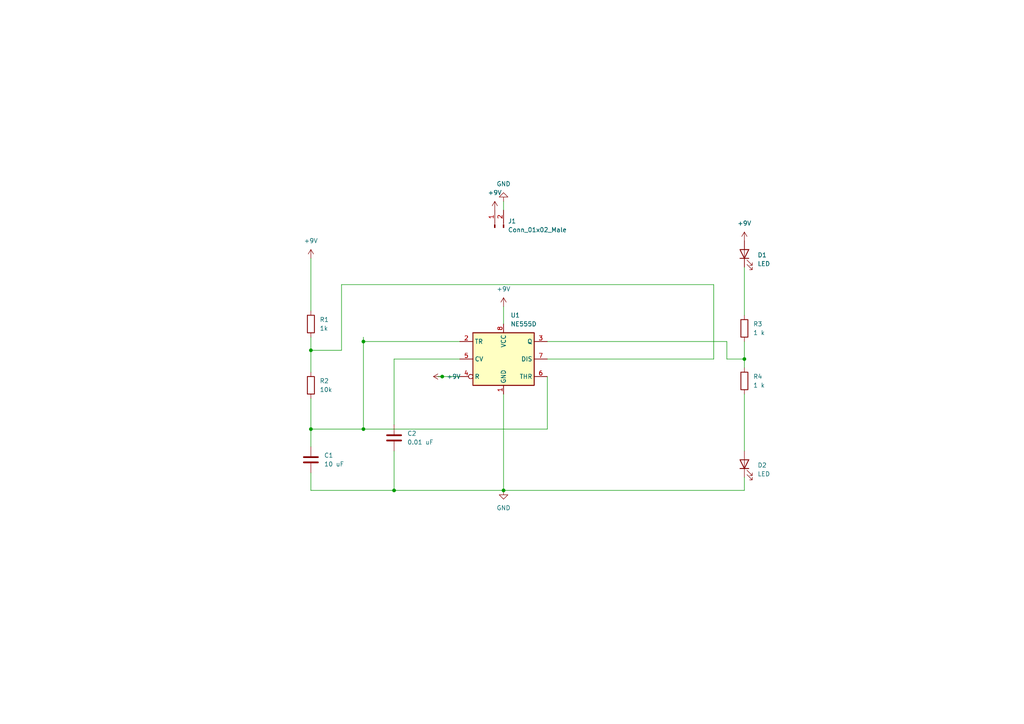
<source format=kicad_sch>
(kicad_sch (version 20211123) (generator eeschema)

  (uuid b36c34d9-66db-4f3d-bd89-bb5fc5fa6f0a)

  (paper "A4")

  (lib_symbols
    (symbol "Connector:Conn_01x02_Male" (pin_names (offset 1.016) hide) (in_bom yes) (on_board yes)
      (property "Reference" "J" (id 0) (at 0 2.54 0)
        (effects (font (size 1.27 1.27)))
      )
      (property "Value" "Conn_01x02_Male" (id 1) (at 0 -5.08 0)
        (effects (font (size 1.27 1.27)))
      )
      (property "Footprint" "" (id 2) (at 0 0 0)
        (effects (font (size 1.27 1.27)) hide)
      )
      (property "Datasheet" "~" (id 3) (at 0 0 0)
        (effects (font (size 1.27 1.27)) hide)
      )
      (property "ki_keywords" "connector" (id 4) (at 0 0 0)
        (effects (font (size 1.27 1.27)) hide)
      )
      (property "ki_description" "Generic connector, single row, 01x02, script generated (kicad-library-utils/schlib/autogen/connector/)" (id 5) (at 0 0 0)
        (effects (font (size 1.27 1.27)) hide)
      )
      (property "ki_fp_filters" "Connector*:*_1x??_*" (id 6) (at 0 0 0)
        (effects (font (size 1.27 1.27)) hide)
      )
      (symbol "Conn_01x02_Male_1_1"
        (polyline
          (pts
            (xy 1.27 -2.54)
            (xy 0.8636 -2.54)
          )
          (stroke (width 0.1524) (type default) (color 0 0 0 0))
          (fill (type none))
        )
        (polyline
          (pts
            (xy 1.27 0)
            (xy 0.8636 0)
          )
          (stroke (width 0.1524) (type default) (color 0 0 0 0))
          (fill (type none))
        )
        (rectangle (start 0.8636 -2.413) (end 0 -2.667)
          (stroke (width 0.1524) (type default) (color 0 0 0 0))
          (fill (type outline))
        )
        (rectangle (start 0.8636 0.127) (end 0 -0.127)
          (stroke (width 0.1524) (type default) (color 0 0 0 0))
          (fill (type outline))
        )
        (pin passive line (at 5.08 0 180) (length 3.81)
          (name "Pin_1" (effects (font (size 1.27 1.27))))
          (number "1" (effects (font (size 1.27 1.27))))
        )
        (pin passive line (at 5.08 -2.54 180) (length 3.81)
          (name "Pin_2" (effects (font (size 1.27 1.27))))
          (number "2" (effects (font (size 1.27 1.27))))
        )
      )
    )
    (symbol "Device:C" (pin_numbers hide) (pin_names (offset 0.254)) (in_bom yes) (on_board yes)
      (property "Reference" "C" (id 0) (at 0.635 2.54 0)
        (effects (font (size 1.27 1.27)) (justify left))
      )
      (property "Value" "C" (id 1) (at 0.635 -2.54 0)
        (effects (font (size 1.27 1.27)) (justify left))
      )
      (property "Footprint" "" (id 2) (at 0.9652 -3.81 0)
        (effects (font (size 1.27 1.27)) hide)
      )
      (property "Datasheet" "~" (id 3) (at 0 0 0)
        (effects (font (size 1.27 1.27)) hide)
      )
      (property "ki_keywords" "cap capacitor" (id 4) (at 0 0 0)
        (effects (font (size 1.27 1.27)) hide)
      )
      (property "ki_description" "Unpolarized capacitor" (id 5) (at 0 0 0)
        (effects (font (size 1.27 1.27)) hide)
      )
      (property "ki_fp_filters" "C_*" (id 6) (at 0 0 0)
        (effects (font (size 1.27 1.27)) hide)
      )
      (symbol "C_0_1"
        (polyline
          (pts
            (xy -2.032 -0.762)
            (xy 2.032 -0.762)
          )
          (stroke (width 0.508) (type default) (color 0 0 0 0))
          (fill (type none))
        )
        (polyline
          (pts
            (xy -2.032 0.762)
            (xy 2.032 0.762)
          )
          (stroke (width 0.508) (type default) (color 0 0 0 0))
          (fill (type none))
        )
      )
      (symbol "C_1_1"
        (pin passive line (at 0 3.81 270) (length 2.794)
          (name "~" (effects (font (size 1.27 1.27))))
          (number "1" (effects (font (size 1.27 1.27))))
        )
        (pin passive line (at 0 -3.81 90) (length 2.794)
          (name "~" (effects (font (size 1.27 1.27))))
          (number "2" (effects (font (size 1.27 1.27))))
        )
      )
    )
    (symbol "Device:LED" (pin_numbers hide) (pin_names (offset 1.016) hide) (in_bom yes) (on_board yes)
      (property "Reference" "D" (id 0) (at 0 2.54 0)
        (effects (font (size 1.27 1.27)))
      )
      (property "Value" "LED" (id 1) (at 0 -2.54 0)
        (effects (font (size 1.27 1.27)))
      )
      (property "Footprint" "" (id 2) (at 0 0 0)
        (effects (font (size 1.27 1.27)) hide)
      )
      (property "Datasheet" "~" (id 3) (at 0 0 0)
        (effects (font (size 1.27 1.27)) hide)
      )
      (property "ki_keywords" "LED diode" (id 4) (at 0 0 0)
        (effects (font (size 1.27 1.27)) hide)
      )
      (property "ki_description" "Light emitting diode" (id 5) (at 0 0 0)
        (effects (font (size 1.27 1.27)) hide)
      )
      (property "ki_fp_filters" "LED* LED_SMD:* LED_THT:*" (id 6) (at 0 0 0)
        (effects (font (size 1.27 1.27)) hide)
      )
      (symbol "LED_0_1"
        (polyline
          (pts
            (xy -1.27 -1.27)
            (xy -1.27 1.27)
          )
          (stroke (width 0.254) (type default) (color 0 0 0 0))
          (fill (type none))
        )
        (polyline
          (pts
            (xy -1.27 0)
            (xy 1.27 0)
          )
          (stroke (width 0) (type default) (color 0 0 0 0))
          (fill (type none))
        )
        (polyline
          (pts
            (xy 1.27 -1.27)
            (xy 1.27 1.27)
            (xy -1.27 0)
            (xy 1.27 -1.27)
          )
          (stroke (width 0.254) (type default) (color 0 0 0 0))
          (fill (type none))
        )
        (polyline
          (pts
            (xy -3.048 -0.762)
            (xy -4.572 -2.286)
            (xy -3.81 -2.286)
            (xy -4.572 -2.286)
            (xy -4.572 -1.524)
          )
          (stroke (width 0) (type default) (color 0 0 0 0))
          (fill (type none))
        )
        (polyline
          (pts
            (xy -1.778 -0.762)
            (xy -3.302 -2.286)
            (xy -2.54 -2.286)
            (xy -3.302 -2.286)
            (xy -3.302 -1.524)
          )
          (stroke (width 0) (type default) (color 0 0 0 0))
          (fill (type none))
        )
      )
      (symbol "LED_1_1"
        (pin passive line (at -3.81 0 0) (length 2.54)
          (name "K" (effects (font (size 1.27 1.27))))
          (number "1" (effects (font (size 1.27 1.27))))
        )
        (pin passive line (at 3.81 0 180) (length 2.54)
          (name "A" (effects (font (size 1.27 1.27))))
          (number "2" (effects (font (size 1.27 1.27))))
        )
      )
    )
    (symbol "Device:R" (pin_numbers hide) (pin_names (offset 0)) (in_bom yes) (on_board yes)
      (property "Reference" "R" (id 0) (at 2.032 0 90)
        (effects (font (size 1.27 1.27)))
      )
      (property "Value" "R" (id 1) (at 0 0 90)
        (effects (font (size 1.27 1.27)))
      )
      (property "Footprint" "" (id 2) (at -1.778 0 90)
        (effects (font (size 1.27 1.27)) hide)
      )
      (property "Datasheet" "~" (id 3) (at 0 0 0)
        (effects (font (size 1.27 1.27)) hide)
      )
      (property "ki_keywords" "R res resistor" (id 4) (at 0 0 0)
        (effects (font (size 1.27 1.27)) hide)
      )
      (property "ki_description" "Resistor" (id 5) (at 0 0 0)
        (effects (font (size 1.27 1.27)) hide)
      )
      (property "ki_fp_filters" "R_*" (id 6) (at 0 0 0)
        (effects (font (size 1.27 1.27)) hide)
      )
      (symbol "R_0_1"
        (rectangle (start -1.016 -2.54) (end 1.016 2.54)
          (stroke (width 0.254) (type default) (color 0 0 0 0))
          (fill (type none))
        )
      )
      (symbol "R_1_1"
        (pin passive line (at 0 3.81 270) (length 1.27)
          (name "~" (effects (font (size 1.27 1.27))))
          (number "1" (effects (font (size 1.27 1.27))))
        )
        (pin passive line (at 0 -3.81 90) (length 1.27)
          (name "~" (effects (font (size 1.27 1.27))))
          (number "2" (effects (font (size 1.27 1.27))))
        )
      )
    )
    (symbol "Timer:NE555D" (in_bom yes) (on_board yes)
      (property "Reference" "U" (id 0) (at -10.16 8.89 0)
        (effects (font (size 1.27 1.27)) (justify left))
      )
      (property "Value" "NE555D" (id 1) (at 2.54 8.89 0)
        (effects (font (size 1.27 1.27)) (justify left))
      )
      (property "Footprint" "Package_SO:SOIC-8_3.9x4.9mm_P1.27mm" (id 2) (at 21.59 -10.16 0)
        (effects (font (size 1.27 1.27)) hide)
      )
      (property "Datasheet" "http://www.ti.com/lit/ds/symlink/ne555.pdf" (id 3) (at 21.59 -10.16 0)
        (effects (font (size 1.27 1.27)) hide)
      )
      (property "ki_keywords" "single timer 555" (id 4) (at 0 0 0)
        (effects (font (size 1.27 1.27)) hide)
      )
      (property "ki_description" "Precision Timers, 555 compatible, SOIC-8" (id 5) (at 0 0 0)
        (effects (font (size 1.27 1.27)) hide)
      )
      (property "ki_fp_filters" "SOIC*3.9x4.9mm*P1.27mm*" (id 6) (at 0 0 0)
        (effects (font (size 1.27 1.27)) hide)
      )
      (symbol "NE555D_0_0"
        (pin power_in line (at 0 -10.16 90) (length 2.54)
          (name "GND" (effects (font (size 1.27 1.27))))
          (number "1" (effects (font (size 1.27 1.27))))
        )
        (pin power_in line (at 0 10.16 270) (length 2.54)
          (name "VCC" (effects (font (size 1.27 1.27))))
          (number "8" (effects (font (size 1.27 1.27))))
        )
      )
      (symbol "NE555D_0_1"
        (rectangle (start -8.89 -7.62) (end 8.89 7.62)
          (stroke (width 0.254) (type default) (color 0 0 0 0))
          (fill (type background))
        )
        (rectangle (start -8.89 -7.62) (end 8.89 7.62)
          (stroke (width 0.254) (type default) (color 0 0 0 0))
          (fill (type background))
        )
      )
      (symbol "NE555D_1_1"
        (pin input line (at -12.7 5.08 0) (length 3.81)
          (name "TR" (effects (font (size 1.27 1.27))))
          (number "2" (effects (font (size 1.27 1.27))))
        )
        (pin output line (at 12.7 5.08 180) (length 3.81)
          (name "Q" (effects (font (size 1.27 1.27))))
          (number "3" (effects (font (size 1.27 1.27))))
        )
        (pin input inverted (at -12.7 -5.08 0) (length 3.81)
          (name "R" (effects (font (size 1.27 1.27))))
          (number "4" (effects (font (size 1.27 1.27))))
        )
        (pin input line (at -12.7 0 0) (length 3.81)
          (name "CV" (effects (font (size 1.27 1.27))))
          (number "5" (effects (font (size 1.27 1.27))))
        )
        (pin input line (at 12.7 -5.08 180) (length 3.81)
          (name "THR" (effects (font (size 1.27 1.27))))
          (number "6" (effects (font (size 1.27 1.27))))
        )
        (pin input line (at 12.7 0 180) (length 3.81)
          (name "DIS" (effects (font (size 1.27 1.27))))
          (number "7" (effects (font (size 1.27 1.27))))
        )
      )
    )
    (symbol "power:+9V" (power) (pin_names (offset 0)) (in_bom yes) (on_board yes)
      (property "Reference" "#PWR" (id 0) (at 0 -3.81 0)
        (effects (font (size 1.27 1.27)) hide)
      )
      (property "Value" "+9V" (id 1) (at 0 3.556 0)
        (effects (font (size 1.27 1.27)))
      )
      (property "Footprint" "" (id 2) (at 0 0 0)
        (effects (font (size 1.27 1.27)) hide)
      )
      (property "Datasheet" "" (id 3) (at 0 0 0)
        (effects (font (size 1.27 1.27)) hide)
      )
      (property "ki_keywords" "global power" (id 4) (at 0 0 0)
        (effects (font (size 1.27 1.27)) hide)
      )
      (property "ki_description" "Power symbol creates a global label with name \"+9V\"" (id 5) (at 0 0 0)
        (effects (font (size 1.27 1.27)) hide)
      )
      (symbol "+9V_0_1"
        (polyline
          (pts
            (xy -0.762 1.27)
            (xy 0 2.54)
          )
          (stroke (width 0) (type default) (color 0 0 0 0))
          (fill (type none))
        )
        (polyline
          (pts
            (xy 0 0)
            (xy 0 2.54)
          )
          (stroke (width 0) (type default) (color 0 0 0 0))
          (fill (type none))
        )
        (polyline
          (pts
            (xy 0 2.54)
            (xy 0.762 1.27)
          )
          (stroke (width 0) (type default) (color 0 0 0 0))
          (fill (type none))
        )
      )
      (symbol "+9V_1_1"
        (pin power_in line (at 0 0 90) (length 0) hide
          (name "+9V" (effects (font (size 1.27 1.27))))
          (number "1" (effects (font (size 1.27 1.27))))
        )
      )
    )
    (symbol "power:GND" (power) (pin_names (offset 0)) (in_bom yes) (on_board yes)
      (property "Reference" "#PWR" (id 0) (at 0 -6.35 0)
        (effects (font (size 1.27 1.27)) hide)
      )
      (property "Value" "GND" (id 1) (at 0 -3.81 0)
        (effects (font (size 1.27 1.27)))
      )
      (property "Footprint" "" (id 2) (at 0 0 0)
        (effects (font (size 1.27 1.27)) hide)
      )
      (property "Datasheet" "" (id 3) (at 0 0 0)
        (effects (font (size 1.27 1.27)) hide)
      )
      (property "ki_keywords" "global power" (id 4) (at 0 0 0)
        (effects (font (size 1.27 1.27)) hide)
      )
      (property "ki_description" "Power symbol creates a global label with name \"GND\" , ground" (id 5) (at 0 0 0)
        (effects (font (size 1.27 1.27)) hide)
      )
      (symbol "GND_0_1"
        (polyline
          (pts
            (xy 0 0)
            (xy 0 -1.27)
            (xy 1.27 -1.27)
            (xy 0 -2.54)
            (xy -1.27 -1.27)
            (xy 0 -1.27)
          )
          (stroke (width 0) (type default) (color 0 0 0 0))
          (fill (type none))
        )
      )
      (symbol "GND_1_1"
        (pin power_in line (at 0 0 270) (length 0) hide
          (name "GND" (effects (font (size 1.27 1.27))))
          (number "1" (effects (font (size 1.27 1.27))))
        )
      )
    )
  )


  (junction (at 90.17 101.6) (diameter 0) (color 0 0 0 0)
    (uuid 0af0ecf5-dd92-4b43-aaa1-51de96586982)
  )
  (junction (at 215.9 104.14) (diameter 0) (color 0 0 0 0)
    (uuid 0e5e7127-cc71-4a6f-8f90-f10ee734d436)
  )
  (junction (at 105.41 124.46) (diameter 0) (color 0 0 0 0)
    (uuid 21aaf202-88dc-453f-a050-96f4366f4cb9)
  )
  (junction (at 128.27 109.22) (diameter 0) (color 0 0 0 0)
    (uuid 7d13adaa-b231-4ac2-8b36-82926b3060bf)
  )
  (junction (at 114.3 142.24) (diameter 0) (color 0 0 0 0)
    (uuid b0abd4f0-cf96-4dac-b0c4-209200fbf3a2)
  )
  (junction (at 146.05 142.24) (diameter 0) (color 0 0 0 0)
    (uuid d795f3e8-9e2c-4753-a678-7defcdd62419)
  )
  (junction (at 90.17 124.46) (diameter 0) (color 0 0 0 0)
    (uuid de6a3929-dd27-4f56-ab7c-33473886ef72)
  )
  (junction (at 105.41 99.06) (diameter 0) (color 0 0 0 0)
    (uuid dec00341-7e55-4b92-b19b-ccf875dbcd59)
  )

  (wire (pts (xy 207.01 82.55) (xy 99.06 82.55))
    (stroke (width 0) (type default) (color 0 0 0 0))
    (uuid 095a9872-8e7c-48d4-939b-0f18c0c417d7)
  )
  (wire (pts (xy 127 109.22) (xy 128.27 109.22))
    (stroke (width 0) (type default) (color 0 0 0 0))
    (uuid 15fed498-b90d-465c-b6b5-8c3f3fb51f59)
  )
  (wire (pts (xy 90.17 142.24) (xy 114.3 142.24))
    (stroke (width 0) (type default) (color 0 0 0 0))
    (uuid 2c263ab7-4946-4fea-87b6-858de8bb8b80)
  )
  (wire (pts (xy 105.41 124.46) (xy 90.17 124.46))
    (stroke (width 0) (type default) (color 0 0 0 0))
    (uuid 2d22f4cd-de55-4286-8000-1074624cd73c)
  )
  (wire (pts (xy 146.05 58.42) (xy 146.05 60.96))
    (stroke (width 0) (type default) (color 0 0 0 0))
    (uuid 2e89644b-0a46-4a36-9ddb-8fda56c99d8e)
  )
  (wire (pts (xy 146.05 114.3) (xy 146.05 142.24))
    (stroke (width 0) (type default) (color 0 0 0 0))
    (uuid 31894787-c9d4-40be-a66b-962118890af4)
  )
  (wire (pts (xy 146.05 88.9) (xy 146.05 93.98))
    (stroke (width 0) (type default) (color 0 0 0 0))
    (uuid 3bad610a-98c4-4bc7-a90d-4928f1af9b0c)
  )
  (wire (pts (xy 99.06 82.55) (xy 99.06 101.6))
    (stroke (width 0) (type default) (color 0 0 0 0))
    (uuid 3c80247e-a00b-46ee-8acc-6ed93db3aeb3)
  )
  (wire (pts (xy 90.17 74.93) (xy 90.17 90.17))
    (stroke (width 0) (type default) (color 0 0 0 0))
    (uuid 3f272633-367a-43a5-86ec-88b1231bf461)
  )
  (wire (pts (xy 90.17 101.6) (xy 90.17 107.95))
    (stroke (width 0) (type default) (color 0 0 0 0))
    (uuid 3fb7bbab-2073-410a-9cf6-b117320e4fcf)
  )
  (wire (pts (xy 215.9 114.3) (xy 215.9 130.81))
    (stroke (width 0) (type default) (color 0 0 0 0))
    (uuid 411757e8-05d1-47f0-97e4-473c88f92ea9)
  )
  (wire (pts (xy 158.75 99.06) (xy 210.82 99.06))
    (stroke (width 0) (type default) (color 0 0 0 0))
    (uuid 54212d8a-ac9e-4b3f-a117-4de98790eecf)
  )
  (wire (pts (xy 90.17 124.46) (xy 90.17 129.54))
    (stroke (width 0) (type default) (color 0 0 0 0))
    (uuid 60132ea4-702e-4199-a53b-df6b2b9696f9)
  )
  (wire (pts (xy 215.9 138.43) (xy 215.9 142.24))
    (stroke (width 0) (type default) (color 0 0 0 0))
    (uuid 6cfc7bfa-a3ab-4d6e-9bdd-c9f588db4a58)
  )
  (wire (pts (xy 210.82 99.06) (xy 210.82 104.14))
    (stroke (width 0) (type default) (color 0 0 0 0))
    (uuid 77936937-2245-494f-a414-f492a9904935)
  )
  (wire (pts (xy 114.3 142.24) (xy 146.05 142.24))
    (stroke (width 0) (type default) (color 0 0 0 0))
    (uuid 82fc18e5-e444-4713-b837-0ac057575d3f)
  )
  (wire (pts (xy 114.3 104.14) (xy 114.3 123.19))
    (stroke (width 0) (type default) (color 0 0 0 0))
    (uuid 83561f01-2771-4c89-b1cf-d0ceed238c7f)
  )
  (wire (pts (xy 158.75 104.14) (xy 207.01 104.14))
    (stroke (width 0) (type default) (color 0 0 0 0))
    (uuid 909991c0-0e70-4680-88c2-114349f65fb9)
  )
  (wire (pts (xy 215.9 77.47) (xy 215.9 91.44))
    (stroke (width 0) (type default) (color 0 0 0 0))
    (uuid 944e8a8e-11bb-4374-8338-b762b470d1fc)
  )
  (wire (pts (xy 215.9 99.06) (xy 215.9 104.14))
    (stroke (width 0) (type default) (color 0 0 0 0))
    (uuid 9909f13e-3f15-4198-bb99-e965d5168e90)
  )
  (wire (pts (xy 99.06 101.6) (xy 90.17 101.6))
    (stroke (width 0) (type default) (color 0 0 0 0))
    (uuid 9c481e5f-68a7-4985-8055-d677e1dbd9c3)
  )
  (wire (pts (xy 133.35 104.14) (xy 114.3 104.14))
    (stroke (width 0) (type default) (color 0 0 0 0))
    (uuid a576cf9f-fdb7-4d2e-b9ba-d8e30a641dfb)
  )
  (wire (pts (xy 105.41 97.79) (xy 105.41 99.06))
    (stroke (width 0) (type default) (color 0 0 0 0))
    (uuid a7f0754b-5c4d-4335-97d3-244d30a77c51)
  )
  (wire (pts (xy 105.41 99.06) (xy 105.41 124.46))
    (stroke (width 0) (type default) (color 0 0 0 0))
    (uuid ac8d9b1e-5f56-49cb-9b5c-b1799d420b9a)
  )
  (wire (pts (xy 90.17 137.16) (xy 90.17 142.24))
    (stroke (width 0) (type default) (color 0 0 0 0))
    (uuid acb93e55-11c4-4579-964d-1cdd13877dd0)
  )
  (wire (pts (xy 146.05 142.24) (xy 215.9 142.24))
    (stroke (width 0) (type default) (color 0 0 0 0))
    (uuid b4219e43-f01c-406d-b221-b63ac57a0dad)
  )
  (wire (pts (xy 158.75 109.22) (xy 158.75 124.46))
    (stroke (width 0) (type default) (color 0 0 0 0))
    (uuid bcca6186-d153-497f-a743-f281ffeafd22)
  )
  (wire (pts (xy 90.17 97.79) (xy 90.17 101.6))
    (stroke (width 0) (type default) (color 0 0 0 0))
    (uuid bf020eb0-a6e8-45b6-80e6-96556d2a141d)
  )
  (wire (pts (xy 90.17 115.57) (xy 90.17 124.46))
    (stroke (width 0) (type default) (color 0 0 0 0))
    (uuid c0b11d30-2485-4847-9a2d-4e261b22b749)
  )
  (wire (pts (xy 215.9 104.14) (xy 215.9 106.68))
    (stroke (width 0) (type default) (color 0 0 0 0))
    (uuid c47cc3a8-efdb-4c53-88f0-61d271ad5f12)
  )
  (wire (pts (xy 128.27 109.22) (xy 133.35 109.22))
    (stroke (width 0) (type default) (color 0 0 0 0))
    (uuid cb6991ac-072e-482d-a93d-ac5df3e4644b)
  )
  (wire (pts (xy 207.01 104.14) (xy 207.01 82.55))
    (stroke (width 0) (type default) (color 0 0 0 0))
    (uuid d3bda56b-e370-4144-83c9-22e4a9daf236)
  )
  (wire (pts (xy 210.82 104.14) (xy 215.9 104.14))
    (stroke (width 0) (type default) (color 0 0 0 0))
    (uuid ec02b54c-80dd-41f6-b1b2-38121d9bf347)
  )
  (wire (pts (xy 158.75 124.46) (xy 105.41 124.46))
    (stroke (width 0) (type default) (color 0 0 0 0))
    (uuid eef8d898-2118-4f09-8bcb-b55fb0801faf)
  )
  (wire (pts (xy 114.3 142.24) (xy 114.3 130.81))
    (stroke (width 0) (type default) (color 0 0 0 0))
    (uuid f8480d48-507e-412c-9880-7246505a6a73)
  )
  (wire (pts (xy 105.41 99.06) (xy 133.35 99.06))
    (stroke (width 0) (type default) (color 0 0 0 0))
    (uuid fe42452b-9248-4ff5-80b5-e9052e078114)
  )

  (symbol (lib_id "power:GND") (at 146.05 142.24 0) (unit 1)
    (in_bom yes) (on_board yes) (fields_autoplaced)
    (uuid 0061ccf4-5964-4865-a29c-0cdb9bc7b1ef)
    (property "Reference" "#PWR0102" (id 0) (at 146.05 148.59 0)
      (effects (font (size 1.27 1.27)) hide)
    )
    (property "Value" "GND" (id 1) (at 146.05 147.32 0))
    (property "Footprint" "" (id 2) (at 146.05 142.24 0)
      (effects (font (size 1.27 1.27)) hide)
    )
    (property "Datasheet" "" (id 3) (at 146.05 142.24 0)
      (effects (font (size 1.27 1.27)) hide)
    )
    (pin "1" (uuid 865e8dec-71d0-45d4-a012-a54a39ab6489))
  )

  (symbol (lib_id "power:+9V") (at 215.9 69.85 0) (unit 1)
    (in_bom yes) (on_board yes) (fields_autoplaced)
    (uuid 0b90c1fc-699f-4cfd-a85c-6bcd030f8272)
    (property "Reference" "#PWR0103" (id 0) (at 215.9 73.66 0)
      (effects (font (size 1.27 1.27)) hide)
    )
    (property "Value" "+9V" (id 1) (at 215.9 64.77 0))
    (property "Footprint" "" (id 2) (at 215.9 69.85 0)
      (effects (font (size 1.27 1.27)) hide)
    )
    (property "Datasheet" "" (id 3) (at 215.9 69.85 0)
      (effects (font (size 1.27 1.27)) hide)
    )
    (pin "1" (uuid 8506bcd2-6c75-4b2f-bb4c-93d5e9370f63))
  )

  (symbol (lib_id "Device:R") (at 90.17 111.76 0) (unit 1)
    (in_bom yes) (on_board yes) (fields_autoplaced)
    (uuid 0d263f79-c113-4f94-b655-e6a86b978b10)
    (property "Reference" "R2" (id 0) (at 92.71 110.4899 0)
      (effects (font (size 1.27 1.27)) (justify left))
    )
    (property "Value" "10k" (id 1) (at 92.71 113.0299 0)
      (effects (font (size 1.27 1.27)) (justify left))
    )
    (property "Footprint" "R_0805_2012Metric_Pad1.20x1.40mm_HandSolder" (id 2) (at 88.392 111.76 90)
      (effects (font (size 1.27 1.27)) hide)
    )
    (property "Datasheet" "~" (id 3) (at 90.17 111.76 0)
      (effects (font (size 1.27 1.27)) hide)
    )
    (pin "1" (uuid e4b4323a-1d5e-4d01-9101-46801ea84664))
    (pin "2" (uuid 04328023-3c07-4b9f-9ee0-84e379a2bb42))
  )

  (symbol (lib_id "power:+9V") (at 90.17 74.93 0) (unit 1)
    (in_bom yes) (on_board yes) (fields_autoplaced)
    (uuid 276d87dd-8e84-4e28-83a2-89dc5f1318a4)
    (property "Reference" "#PWR0106" (id 0) (at 90.17 78.74 0)
      (effects (font (size 1.27 1.27)) hide)
    )
    (property "Value" "+9V" (id 1) (at 90.17 69.85 0))
    (property "Footprint" "" (id 2) (at 90.17 74.93 0)
      (effects (font (size 1.27 1.27)) hide)
    )
    (property "Datasheet" "" (id 3) (at 90.17 74.93 0)
      (effects (font (size 1.27 1.27)) hide)
    )
    (pin "1" (uuid 9e038b6b-f22e-4acf-8b18-90f655cc18a7))
  )

  (symbol (lib_id "Device:C") (at 90.17 133.35 0) (unit 1)
    (in_bom yes) (on_board yes) (fields_autoplaced)
    (uuid 29ba5d93-f52a-4e59-91a8-3e87866c0e95)
    (property "Reference" "C1" (id 0) (at 93.98 132.0799 0)
      (effects (font (size 1.27 1.27)) (justify left))
    )
    (property "Value" "10 uF" (id 1) (at 93.98 134.6199 0)
      (effects (font (size 1.27 1.27)) (justify left))
    )
    (property "Footprint" "CP_EIA-3216-18_Kemet-A_Pad1.58x1.35mm_HandSolder" (id 2) (at 91.1352 137.16 0)
      (effects (font (size 1.27 1.27)) hide)
    )
    (property "Datasheet" "~" (id 3) (at 90.17 133.35 0)
      (effects (font (size 1.27 1.27)) hide)
    )
    (pin "1" (uuid 92d939f4-c50b-4832-a655-73db868e6a19))
    (pin "2" (uuid eeeb826f-3c0d-42b1-9c04-094a21009eea))
  )

  (symbol (lib_id "Device:R") (at 215.9 110.49 0) (unit 1)
    (in_bom yes) (on_board yes) (fields_autoplaced)
    (uuid 4856512a-be4e-4828-b3b0-8f83bd78d77b)
    (property "Reference" "R4" (id 0) (at 218.44 109.2199 0)
      (effects (font (size 1.27 1.27)) (justify left))
    )
    (property "Value" "1 k" (id 1) (at 218.44 111.7599 0)
      (effects (font (size 1.27 1.27)) (justify left))
    )
    (property "Footprint" "R_0805_2012Metric_Pad1.20x1.40mm_HandSolder" (id 2) (at 214.122 110.49 90)
      (effects (font (size 1.27 1.27)) hide)
    )
    (property "Datasheet" "~" (id 3) (at 215.9 110.49 0)
      (effects (font (size 1.27 1.27)) hide)
    )
    (pin "1" (uuid c10e8625-5bbc-4a51-8aa7-ff052ecbcdde))
    (pin "2" (uuid dfb40d11-1bb8-4abd-b021-c5759f1dd6cd))
  )

  (symbol (lib_id "Device:C") (at 114.3 127 0) (unit 1)
    (in_bom yes) (on_board yes) (fields_autoplaced)
    (uuid 508d7edb-4e59-41df-9fb1-ae4ffc9fe7cc)
    (property "Reference" "C2" (id 0) (at 118.11 125.7299 0)
      (effects (font (size 1.27 1.27)) (justify left))
    )
    (property "Value" "0.01 uF" (id 1) (at 118.11 128.2699 0)
      (effects (font (size 1.27 1.27)) (justify left))
    )
    (property "Footprint" "C_0805_2012Metric_Pad1.18x1.45mm_HandSolder" (id 2) (at 115.2652 130.81 0)
      (effects (font (size 1.27 1.27)) hide)
    )
    (property "Datasheet" "~" (id 3) (at 114.3 127 0)
      (effects (font (size 1.27 1.27)) hide)
    )
    (pin "1" (uuid 839b120e-b58b-4818-a97b-539491fc21ef))
    (pin "2" (uuid 9f03dc09-d812-4eae-b4f2-25e32a814799))
  )

  (symbol (lib_id "power:+9V") (at 146.05 88.9 0) (unit 1)
    (in_bom yes) (on_board yes) (fields_autoplaced)
    (uuid 6d473d0e-26d9-481f-a678-0a9e84840d15)
    (property "Reference" "#PWR0105" (id 0) (at 146.05 92.71 0)
      (effects (font (size 1.27 1.27)) hide)
    )
    (property "Value" "+9V" (id 1) (at 146.05 83.82 0))
    (property "Footprint" "" (id 2) (at 146.05 88.9 0)
      (effects (font (size 1.27 1.27)) hide)
    )
    (property "Datasheet" "" (id 3) (at 146.05 88.9 0)
      (effects (font (size 1.27 1.27)) hide)
    )
    (pin "1" (uuid e7bd8d91-ec75-4a2d-a99e-fc931599cf75))
  )

  (symbol (lib_id "power:+9V") (at 143.51 60.96 0) (unit 1)
    (in_bom yes) (on_board yes) (fields_autoplaced)
    (uuid 774aa2c6-d75d-45ae-a4b0-8425a850f283)
    (property "Reference" "#PWR0104" (id 0) (at 143.51 64.77 0)
      (effects (font (size 1.27 1.27)) hide)
    )
    (property "Value" "+9V" (id 1) (at 143.51 55.88 0))
    (property "Footprint" "" (id 2) (at 143.51 60.96 0)
      (effects (font (size 1.27 1.27)) hide)
    )
    (property "Datasheet" "" (id 3) (at 143.51 60.96 0)
      (effects (font (size 1.27 1.27)) hide)
    )
    (pin "1" (uuid 5bf8620d-9b43-4afd-8f9e-cb3e42695950))
  )

  (symbol (lib_id "Device:R") (at 215.9 95.25 0) (unit 1)
    (in_bom yes) (on_board yes) (fields_autoplaced)
    (uuid 80418381-4920-4e66-8ba4-2b20224ce661)
    (property "Reference" "R3" (id 0) (at 218.44 93.9799 0)
      (effects (font (size 1.27 1.27)) (justify left))
    )
    (property "Value" "1 k" (id 1) (at 218.44 96.5199 0)
      (effects (font (size 1.27 1.27)) (justify left))
    )
    (property "Footprint" "R_0805_2012Metric_Pad1.20x1.40mm_HandSolder" (id 2) (at 214.122 95.25 90)
      (effects (font (size 1.27 1.27)) hide)
    )
    (property "Datasheet" "~" (id 3) (at 215.9 95.25 0)
      (effects (font (size 1.27 1.27)) hide)
    )
    (pin "1" (uuid 17a25a31-8f52-43da-94d8-b9dbe7f990fb))
    (pin "2" (uuid 03eab13a-8d04-449e-b2e0-aece81d2df53))
  )

  (symbol (lib_id "power:+9V") (at 128.27 109.22 90) (unit 1)
    (in_bom yes) (on_board yes) (fields_autoplaced)
    (uuid 83530550-8d54-4804-bea7-df8aeb378265)
    (property "Reference" "#PWR0107" (id 0) (at 132.08 109.22 0)
      (effects (font (size 1.27 1.27)) hide)
    )
    (property "Value" "+9V" (id 1) (at 129.54 109.2199 90)
      (effects (font (size 1.27 1.27)) (justify right))
    )
    (property "Footprint" "" (id 2) (at 128.27 109.22 0)
      (effects (font (size 1.27 1.27)) hide)
    )
    (property "Datasheet" "" (id 3) (at 128.27 109.22 0)
      (effects (font (size 1.27 1.27)) hide)
    )
    (pin "1" (uuid afa72962-b424-4206-b9d4-ac99823d4ade))
  )

  (symbol (lib_id "Timer:NE555D") (at 146.05 104.14 0) (unit 1)
    (in_bom yes) (on_board yes) (fields_autoplaced)
    (uuid 8ae1565a-cbda-4071-a7a1-502b74e6fbc0)
    (property "Reference" "U1" (id 0) (at 148.0694 91.44 0)
      (effects (font (size 1.27 1.27)) (justify left))
    )
    (property "Value" "NE555D" (id 1) (at 148.0694 93.98 0)
      (effects (font (size 1.27 1.27)) (justify left))
    )
    (property "Footprint" "SOIC-8-1EP_3.9x4.9mm_P1.27mm_EP2.29x3mm" (id 2) (at 167.64 114.3 0)
      (effects (font (size 1.27 1.27)) hide)
    )
    (property "Datasheet" "http://www.ti.com/lit/ds/symlink/ne555.pdf" (id 3) (at 167.64 114.3 0)
      (effects (font (size 1.27 1.27)) hide)
    )
    (pin "1" (uuid 96272f9b-859a-414c-a0a9-2df435c52b40))
    (pin "8" (uuid 6a6c5820-7211-46c2-a495-d5d9866da0d5))
    (pin "2" (uuid a9c05cbf-ac21-474f-a8e5-ce4ede7f7103))
    (pin "3" (uuid 1a0fd8d6-f27a-4a37-92ae-47a2cea29d43))
    (pin "4" (uuid 79ee846b-6fe3-437e-bfc9-eae87694fcda))
    (pin "5" (uuid 14366d8e-aedc-4304-84cc-abfc0069d110))
    (pin "6" (uuid cde22c3f-593d-4a25-b7d3-0be431b28d5f))
    (pin "7" (uuid cdd9842a-c449-43bd-a453-7a82d53e3bd7))
  )

  (symbol (lib_id "power:GND") (at 146.05 58.42 180) (unit 1)
    (in_bom yes) (on_board yes) (fields_autoplaced)
    (uuid b2f637c5-a99a-4234-bcf2-cc6e7dde08df)
    (property "Reference" "#PWR0101" (id 0) (at 146.05 52.07 0)
      (effects (font (size 1.27 1.27)) hide)
    )
    (property "Value" "GND" (id 1) (at 146.05 53.34 0))
    (property "Footprint" "" (id 2) (at 146.05 58.42 0)
      (effects (font (size 1.27 1.27)) hide)
    )
    (property "Datasheet" "" (id 3) (at 146.05 58.42 0)
      (effects (font (size 1.27 1.27)) hide)
    )
    (pin "1" (uuid 03df3604-a59c-465c-8326-0d3250d23600))
  )

  (symbol (lib_id "Device:LED") (at 215.9 134.62 90) (unit 1)
    (in_bom yes) (on_board yes) (fields_autoplaced)
    (uuid c922d61d-4dca-4588-a4ff-5abd3139534c)
    (property "Reference" "D2" (id 0) (at 219.71 134.9374 90)
      (effects (font (size 1.27 1.27)) (justify right))
    )
    (property "Value" "LED" (id 1) (at 219.71 137.4774 90)
      (effects (font (size 1.27 1.27)) (justify right))
    )
    (property "Footprint" "LED_1206_3216Metric_Pad1.42x1.75mm_HandSolder" (id 2) (at 215.9 134.62 0)
      (effects (font (size 1.27 1.27)) hide)
    )
    (property "Datasheet" "~" (id 3) (at 215.9 134.62 0)
      (effects (font (size 1.27 1.27)) hide)
    )
    (pin "1" (uuid 0e6c94c2-6a74-49a1-ab79-a65492199ef1))
    (pin "2" (uuid 71cba68f-e579-4083-b601-2acefeee18dc))
  )

  (symbol (lib_id "Device:R") (at 90.17 93.98 0) (unit 1)
    (in_bom yes) (on_board yes) (fields_autoplaced)
    (uuid d3494138-079b-4b51-9d9c-e12f5d8d2922)
    (property "Reference" "R1" (id 0) (at 92.71 92.7099 0)
      (effects (font (size 1.27 1.27)) (justify left))
    )
    (property "Value" "1k" (id 1) (at 92.71 95.2499 0)
      (effects (font (size 1.27 1.27)) (justify left))
    )
    (property "Footprint" "R_0805_2012Metric_Pad1.20x1.40mm_HandSolder" (id 2) (at 88.392 93.98 90)
      (effects (font (size 1.27 1.27)) hide)
    )
    (property "Datasheet" "~" (id 3) (at 90.17 93.98 0)
      (effects (font (size 1.27 1.27)) hide)
    )
    (pin "1" (uuid bee33ca6-ca90-4a32-b1de-3163b632ad6c))
    (pin "2" (uuid 2ada1bd7-5661-4ce6-bee4-258b76101885))
  )

  (symbol (lib_id "Device:LED") (at 215.9 73.66 90) (unit 1)
    (in_bom yes) (on_board yes) (fields_autoplaced)
    (uuid d40384c0-8f1a-4e78-8fa8-c52deb8210a6)
    (property "Reference" "D1" (id 0) (at 219.71 73.9774 90)
      (effects (font (size 1.27 1.27)) (justify right))
    )
    (property "Value" "LED" (id 1) (at 219.71 76.5174 90)
      (effects (font (size 1.27 1.27)) (justify right))
    )
    (property "Footprint" "LED_1206_3216Metric_Pad1.42x1.75mm_HandSolder" (id 2) (at 215.9 73.66 0)
      (effects (font (size 1.27 1.27)) hide)
    )
    (property "Datasheet" "~" (id 3) (at 215.9 73.66 0)
      (effects (font (size 1.27 1.27)) hide)
    )
    (pin "1" (uuid a7c8dcd1-b7ed-477e-96fa-8e5e1e491577))
    (pin "2" (uuid 3106ecf9-89ef-450d-959c-6baca7a358cb))
  )

  (symbol (lib_id "Connector:Conn_01x02_Male") (at 143.51 66.04 90) (unit 1)
    (in_bom yes) (on_board yes) (fields_autoplaced)
    (uuid d83c52f0-649c-43a7-a3e8-2eb136e7630a)
    (property "Reference" "J1" (id 0) (at 147.32 64.1349 90)
      (effects (font (size 1.27 1.27)) (justify right))
    )
    (property "Value" "Conn_01x02_Male" (id 1) (at 147.32 66.6749 90)
      (effects (font (size 1.27 1.27)) (justify right))
    )
    (property "Footprint" "TerminalBlock_bornier-2_P5.08mm" (id 2) (at 143.51 66.04 0)
      (effects (font (size 1.27 1.27)) hide)
    )
    (property "Datasheet" "~" (id 3) (at 143.51 66.04 0)
      (effects (font (size 1.27 1.27)) hide)
    )
    (pin "1" (uuid e71c48c9-f5b2-4885-bf7c-b9f9b4cdc269))
    (pin "2" (uuid e9bc6462-cea2-4627-baef-2bbfa4b1edec))
  )

  (sheet_instances
    (path "/" (page "1"))
  )

  (symbol_instances
    (path "/b2f637c5-a99a-4234-bcf2-cc6e7dde08df"
      (reference "#PWR0101") (unit 1) (value "GND") (footprint "")
    )
    (path "/0061ccf4-5964-4865-a29c-0cdb9bc7b1ef"
      (reference "#PWR0102") (unit 1) (value "GND") (footprint "")
    )
    (path "/0b90c1fc-699f-4cfd-a85c-6bcd030f8272"
      (reference "#PWR0103") (unit 1) (value "+9V") (footprint "")
    )
    (path "/774aa2c6-d75d-45ae-a4b0-8425a850f283"
      (reference "#PWR0104") (unit 1) (value "+9V") (footprint "")
    )
    (path "/6d473d0e-26d9-481f-a678-0a9e84840d15"
      (reference "#PWR0105") (unit 1) (value "+9V") (footprint "")
    )
    (path "/276d87dd-8e84-4e28-83a2-89dc5f1318a4"
      (reference "#PWR0106") (unit 1) (value "+9V") (footprint "")
    )
    (path "/83530550-8d54-4804-bea7-df8aeb378265"
      (reference "#PWR0107") (unit 1) (value "+9V") (footprint "")
    )
    (path "/29ba5d93-f52a-4e59-91a8-3e87866c0e95"
      (reference "C1") (unit 1) (value "10 uF") (footprint "CP_EIA-3216-18_Kemet-A_Pad1.58x1.35mm_HandSolder")
    )
    (path "/508d7edb-4e59-41df-9fb1-ae4ffc9fe7cc"
      (reference "C2") (unit 1) (value "0.01 uF") (footprint "C_0805_2012Metric_Pad1.18x1.45mm_HandSolder")
    )
    (path "/d40384c0-8f1a-4e78-8fa8-c52deb8210a6"
      (reference "D1") (unit 1) (value "LED") (footprint "LED_1206_3216Metric_Pad1.42x1.75mm_HandSolder")
    )
    (path "/c922d61d-4dca-4588-a4ff-5abd3139534c"
      (reference "D2") (unit 1) (value "LED") (footprint "LED_1206_3216Metric_Pad1.42x1.75mm_HandSolder")
    )
    (path "/d83c52f0-649c-43a7-a3e8-2eb136e7630a"
      (reference "J1") (unit 1) (value "Conn_01x02_Male") (footprint "TerminalBlock_bornier-2_P5.08mm")
    )
    (path "/d3494138-079b-4b51-9d9c-e12f5d8d2922"
      (reference "R1") (unit 1) (value "1k") (footprint "R_0805_2012Metric_Pad1.20x1.40mm_HandSolder")
    )
    (path "/0d263f79-c113-4f94-b655-e6a86b978b10"
      (reference "R2") (unit 1) (value "10k") (footprint "R_0805_2012Metric_Pad1.20x1.40mm_HandSolder")
    )
    (path "/80418381-4920-4e66-8ba4-2b20224ce661"
      (reference "R3") (unit 1) (value "1 k") (footprint "R_0805_2012Metric_Pad1.20x1.40mm_HandSolder")
    )
    (path "/4856512a-be4e-4828-b3b0-8f83bd78d77b"
      (reference "R4") (unit 1) (value "1 k") (footprint "R_0805_2012Metric_Pad1.20x1.40mm_HandSolder")
    )
    (path "/8ae1565a-cbda-4071-a7a1-502b74e6fbc0"
      (reference "U1") (unit 1) (value "NE555D") (footprint "SOIC-8-1EP_3.9x4.9mm_P1.27mm_EP2.29x3mm")
    )
  )
)

</source>
